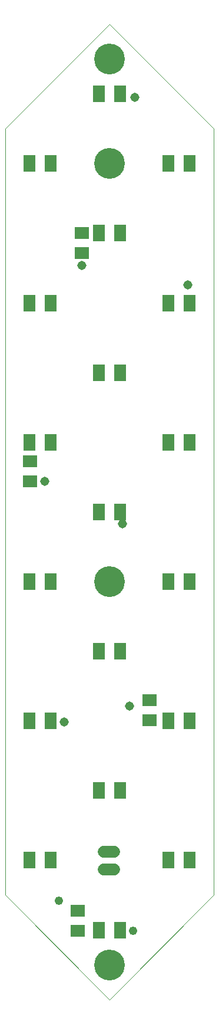
<source format=gts>
G75*
%MOIN*%
%OFA0B0*%
%FSLAX25Y25*%
%IPPOS*%
%LPD*%
%AMOC8*
5,1,8,0,0,1.08239X$1,22.5*
%
%ADD10C,0.00000*%
%ADD11R,0.06706X0.09461*%
%ADD12C,0.06800*%
%ADD13R,0.07898X0.07099*%
%ADD14C,0.05162*%
%ADD15C,0.04769*%
%ADD16C,0.17398*%
D10*
X0020685Y0060655D02*
X0079740Y0001600D01*
X0138795Y0060655D01*
X0138795Y0493726D01*
X0079740Y0552781D01*
X0020685Y0493726D01*
X0020685Y0060655D01*
D11*
X0034268Y0080340D03*
X0046472Y0080340D03*
X0046472Y0159080D03*
X0034268Y0159080D03*
X0034268Y0237820D03*
X0046472Y0237820D03*
X0046472Y0316561D03*
X0034268Y0316561D03*
X0034268Y0395301D03*
X0046472Y0395301D03*
X0046472Y0474041D03*
X0034268Y0474041D03*
X0073638Y0513411D03*
X0085843Y0513411D03*
X0085843Y0434671D03*
X0073638Y0434671D03*
X0073638Y0355931D03*
X0085843Y0355931D03*
X0085843Y0277191D03*
X0073638Y0277191D03*
X0073638Y0198450D03*
X0085843Y0198450D03*
X0085843Y0119710D03*
X0073638Y0119710D03*
X0073638Y0040970D03*
X0085843Y0040970D03*
X0113008Y0080340D03*
X0125213Y0080340D03*
X0125213Y0159080D03*
X0113008Y0159080D03*
X0113008Y0237820D03*
X0125213Y0237820D03*
X0125213Y0316561D03*
X0113008Y0316561D03*
X0113008Y0395301D03*
X0125213Y0395301D03*
X0125213Y0474041D03*
X0113008Y0474041D03*
D12*
X0082425Y0085120D02*
X0076425Y0085120D01*
X0076425Y0075120D02*
X0082425Y0075120D01*
D13*
X0061795Y0051718D03*
X0061795Y0040521D03*
X0102480Y0159521D03*
X0102480Y0170718D03*
X0064150Y0423482D03*
X0064150Y0434679D03*
X0034835Y0305679D03*
X0034835Y0294482D03*
D14*
X0043000Y0294600D03*
X0064000Y0416600D03*
X0094000Y0511600D03*
X0124000Y0405600D03*
X0087000Y0270600D03*
X0091000Y0167600D03*
X0054000Y0158600D03*
D15*
X0051000Y0057600D03*
X0093000Y0040600D03*
D16*
X0079740Y0021285D03*
X0079740Y0237820D03*
X0079740Y0474041D03*
X0079740Y0533096D03*
M02*

</source>
